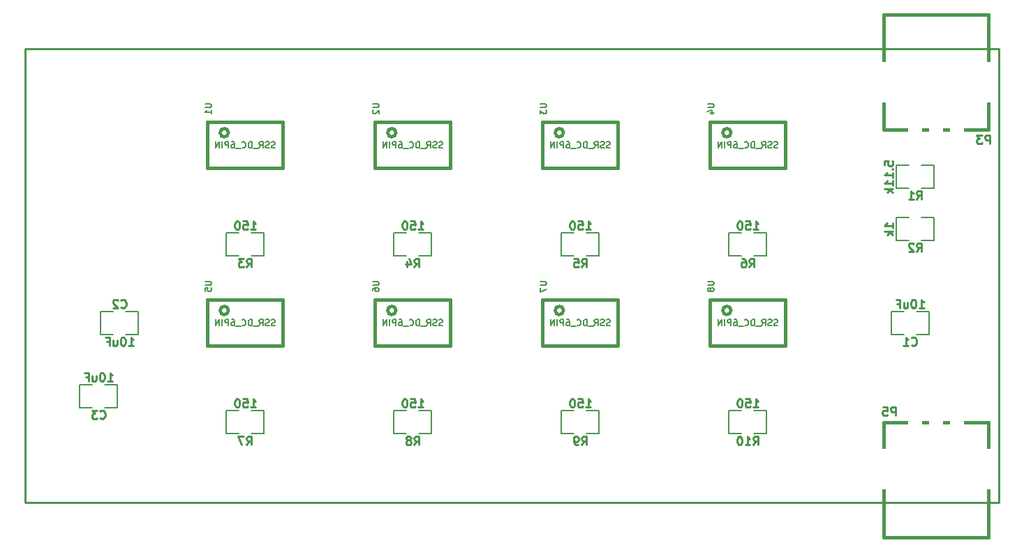
<source format=gbo>
G04 #@! TF.FileFunction,Legend,Bot*
%FSLAX46Y46*%
G04 Gerber Fmt 4.6, Leading zero omitted, Abs format (unit mm)*
G04 Created by KiCad (PCBNEW 0.201603210401+6634~43~ubuntu14.04.1-product) date Wed 06 Apr 2016 10:00:45 AM EDT*
%MOMM*%
G01*
G04 APERTURE LIST*
%ADD10C,0.100000*%
%ADD11C,0.228600*%
%ADD12C,0.127000*%
%ADD13C,0.381000*%
%ADD14C,0.254000*%
%ADD15C,0.190500*%
%ADD16O,1.524000X2.540000*%
%ADD17C,1.930400*%
%ADD18O,4.572000X3.556000*%
%ADD19O,4.064000X5.080000*%
%ADD20O,5.080000X3.556000*%
%ADD21R,1.270000X2.540000*%
%ADD22O,5.080000X3.048000*%
%ADD23O,2.032000X1.524000*%
%ADD24O,1.524000X2.032000*%
%ADD25C,3.759200*%
%ADD26O,2.540000X1.524000*%
%ADD27O,1.651000X2.159000*%
%ADD28C,1.600200*%
%ADD29R,1.778000X4.191000*%
%ADD30R,2.997200X5.029200*%
%ADD31R,1.270000X2.032000*%
%ADD32R,2.540000X2.540000*%
%ADD33O,2.540000X2.540000*%
G04 APERTURE END LIST*
D10*
D11*
X211455000Y-75311000D02*
X93345000Y-75311000D01*
X211455000Y-130429000D02*
X211455000Y-75311000D01*
X93345000Y-130429000D02*
X211455000Y-130429000D01*
X93345000Y-75311000D02*
X93345000Y-130429000D01*
D12*
X199898000Y-109982000D02*
X198374000Y-109982000D01*
X198374000Y-109982000D02*
X198374000Y-107188000D01*
X198374000Y-107188000D02*
X199898000Y-107188000D01*
X201422000Y-107188000D02*
X202946000Y-107188000D01*
X202946000Y-107188000D02*
X202946000Y-109982000D01*
X202946000Y-109982000D02*
X201422000Y-109982000D01*
X105537000Y-107188000D02*
X107061000Y-107188000D01*
X107061000Y-107188000D02*
X107061000Y-109982000D01*
X107061000Y-109982000D02*
X105537000Y-109982000D01*
X104013000Y-109982000D02*
X102489000Y-109982000D01*
X102489000Y-109982000D02*
X102489000Y-107188000D01*
X102489000Y-107188000D02*
X104013000Y-107188000D01*
D13*
X210185000Y-71120000D02*
X197485000Y-71120000D01*
X197485000Y-71120000D02*
X197485000Y-85090000D01*
X210185000Y-71120000D02*
X210185000Y-85090000D01*
X210185000Y-85090000D02*
X197485000Y-85090000D01*
X197485000Y-134620000D02*
X210185000Y-134620000D01*
X210185000Y-134620000D02*
X210185000Y-120650000D01*
X197485000Y-134620000D02*
X197485000Y-120650000D01*
X197485000Y-120650000D02*
X210185000Y-120650000D01*
D12*
X101473000Y-118872000D02*
X99949000Y-118872000D01*
X99949000Y-118872000D02*
X99949000Y-116078000D01*
X99949000Y-116078000D02*
X101473000Y-116078000D01*
X102997000Y-116078000D02*
X104521000Y-116078000D01*
X104521000Y-116078000D02*
X104521000Y-118872000D01*
X104521000Y-118872000D02*
X102997000Y-118872000D01*
X202057000Y-89408000D02*
X203581000Y-89408000D01*
X203581000Y-89408000D02*
X203581000Y-92202000D01*
X203581000Y-92202000D02*
X202057000Y-92202000D01*
X200533000Y-92202000D02*
X199009000Y-92202000D01*
X199009000Y-92202000D02*
X199009000Y-89408000D01*
X199009000Y-89408000D02*
X200533000Y-89408000D01*
X200533000Y-98552000D02*
X199009000Y-98552000D01*
X199009000Y-98552000D02*
X199009000Y-95758000D01*
X199009000Y-95758000D02*
X200533000Y-95758000D01*
X202057000Y-95758000D02*
X203581000Y-95758000D01*
X203581000Y-95758000D02*
X203581000Y-98552000D01*
X203581000Y-98552000D02*
X202057000Y-98552000D01*
X119253000Y-100457000D02*
X117729000Y-100457000D01*
X117729000Y-100457000D02*
X117729000Y-97663000D01*
X117729000Y-97663000D02*
X119253000Y-97663000D01*
X120777000Y-97663000D02*
X122301000Y-97663000D01*
X122301000Y-97663000D02*
X122301000Y-100457000D01*
X122301000Y-100457000D02*
X120777000Y-100457000D01*
X139573000Y-100457000D02*
X138049000Y-100457000D01*
X138049000Y-100457000D02*
X138049000Y-97663000D01*
X138049000Y-97663000D02*
X139573000Y-97663000D01*
X141097000Y-97663000D02*
X142621000Y-97663000D01*
X142621000Y-97663000D02*
X142621000Y-100457000D01*
X142621000Y-100457000D02*
X141097000Y-100457000D01*
X159893000Y-100457000D02*
X158369000Y-100457000D01*
X158369000Y-100457000D02*
X158369000Y-97663000D01*
X158369000Y-97663000D02*
X159893000Y-97663000D01*
X161417000Y-97663000D02*
X162941000Y-97663000D01*
X162941000Y-97663000D02*
X162941000Y-100457000D01*
X162941000Y-100457000D02*
X161417000Y-100457000D01*
X180213000Y-100457000D02*
X178689000Y-100457000D01*
X178689000Y-100457000D02*
X178689000Y-97663000D01*
X178689000Y-97663000D02*
X180213000Y-97663000D01*
X181737000Y-97663000D02*
X183261000Y-97663000D01*
X183261000Y-97663000D02*
X183261000Y-100457000D01*
X183261000Y-100457000D02*
X181737000Y-100457000D01*
X119253000Y-122047000D02*
X117729000Y-122047000D01*
X117729000Y-122047000D02*
X117729000Y-119253000D01*
X117729000Y-119253000D02*
X119253000Y-119253000D01*
X120777000Y-119253000D02*
X122301000Y-119253000D01*
X122301000Y-119253000D02*
X122301000Y-122047000D01*
X122301000Y-122047000D02*
X120777000Y-122047000D01*
X139573000Y-122047000D02*
X138049000Y-122047000D01*
X138049000Y-122047000D02*
X138049000Y-119253000D01*
X138049000Y-119253000D02*
X139573000Y-119253000D01*
X141097000Y-119253000D02*
X142621000Y-119253000D01*
X142621000Y-119253000D02*
X142621000Y-122047000D01*
X142621000Y-122047000D02*
X141097000Y-122047000D01*
X159893000Y-122047000D02*
X158369000Y-122047000D01*
X158369000Y-122047000D02*
X158369000Y-119253000D01*
X158369000Y-119253000D02*
X159893000Y-119253000D01*
X161417000Y-119253000D02*
X162941000Y-119253000D01*
X162941000Y-119253000D02*
X162941000Y-122047000D01*
X162941000Y-122047000D02*
X161417000Y-122047000D01*
X180213000Y-122047000D02*
X178689000Y-122047000D01*
X178689000Y-122047000D02*
X178689000Y-119253000D01*
X178689000Y-119253000D02*
X180213000Y-119253000D01*
X181737000Y-119253000D02*
X183261000Y-119253000D01*
X183261000Y-119253000D02*
X183261000Y-122047000D01*
X183261000Y-122047000D02*
X181737000Y-122047000D01*
D13*
X117983000Y-85471000D02*
G75*
G03X117983000Y-85471000I-508000J0D01*
G01*
X115443000Y-84201000D02*
X124587000Y-84201000D01*
X124587000Y-84201000D02*
X124587000Y-89789000D01*
X124587000Y-89789000D02*
X115443000Y-89789000D01*
X115443000Y-89789000D02*
X115443000Y-84201000D01*
X138303000Y-85471000D02*
G75*
G03X138303000Y-85471000I-508000J0D01*
G01*
X135763000Y-84201000D02*
X144907000Y-84201000D01*
X144907000Y-84201000D02*
X144907000Y-89789000D01*
X144907000Y-89789000D02*
X135763000Y-89789000D01*
X135763000Y-89789000D02*
X135763000Y-84201000D01*
X158623000Y-85471000D02*
G75*
G03X158623000Y-85471000I-508000J0D01*
G01*
X156083000Y-84201000D02*
X165227000Y-84201000D01*
X165227000Y-84201000D02*
X165227000Y-89789000D01*
X165227000Y-89789000D02*
X156083000Y-89789000D01*
X156083000Y-89789000D02*
X156083000Y-84201000D01*
X178943000Y-85471000D02*
G75*
G03X178943000Y-85471000I-508000J0D01*
G01*
X176403000Y-84201000D02*
X185547000Y-84201000D01*
X185547000Y-84201000D02*
X185547000Y-89789000D01*
X185547000Y-89789000D02*
X176403000Y-89789000D01*
X176403000Y-89789000D02*
X176403000Y-84201000D01*
X117983000Y-107061000D02*
G75*
G03X117983000Y-107061000I-508000J0D01*
G01*
X115443000Y-105791000D02*
X124587000Y-105791000D01*
X124587000Y-105791000D02*
X124587000Y-111379000D01*
X124587000Y-111379000D02*
X115443000Y-111379000D01*
X115443000Y-111379000D02*
X115443000Y-105791000D01*
X138303000Y-107061000D02*
G75*
G03X138303000Y-107061000I-508000J0D01*
G01*
X135763000Y-105791000D02*
X144907000Y-105791000D01*
X144907000Y-105791000D02*
X144907000Y-111379000D01*
X144907000Y-111379000D02*
X135763000Y-111379000D01*
X135763000Y-111379000D02*
X135763000Y-105791000D01*
X158623000Y-107061000D02*
G75*
G03X158623000Y-107061000I-508000J0D01*
G01*
X156083000Y-105791000D02*
X165227000Y-105791000D01*
X165227000Y-105791000D02*
X165227000Y-111379000D01*
X165227000Y-111379000D02*
X156083000Y-111379000D01*
X156083000Y-111379000D02*
X156083000Y-105791000D01*
X178943000Y-107061000D02*
G75*
G03X178943000Y-107061000I-508000J0D01*
G01*
X176403000Y-105791000D02*
X185547000Y-105791000D01*
X185547000Y-105791000D02*
X185547000Y-111379000D01*
X185547000Y-111379000D02*
X176403000Y-111379000D01*
X176403000Y-111379000D02*
X176403000Y-105791000D01*
D14*
X200829333Y-111233857D02*
X200877714Y-111282238D01*
X201022857Y-111330619D01*
X201119619Y-111330619D01*
X201264761Y-111282238D01*
X201361523Y-111185476D01*
X201409904Y-111088714D01*
X201458285Y-110895190D01*
X201458285Y-110750048D01*
X201409904Y-110556524D01*
X201361523Y-110459762D01*
X201264761Y-110363000D01*
X201119619Y-110314619D01*
X201022857Y-110314619D01*
X200877714Y-110363000D01*
X200829333Y-110411381D01*
X199861714Y-111330619D02*
X200442285Y-111330619D01*
X200151999Y-111330619D02*
X200151999Y-110314619D01*
X200248761Y-110459762D01*
X200345523Y-110556524D01*
X200442285Y-110604905D01*
X201748571Y-106758619D02*
X202329142Y-106758619D01*
X202038856Y-106758619D02*
X202038856Y-105742619D01*
X202135618Y-105887762D01*
X202232380Y-105984524D01*
X202329142Y-106032905D01*
X201119618Y-105742619D02*
X201022857Y-105742619D01*
X200926095Y-105791000D01*
X200877714Y-105839381D01*
X200829333Y-105936143D01*
X200780952Y-106129667D01*
X200780952Y-106371571D01*
X200829333Y-106565095D01*
X200877714Y-106661857D01*
X200926095Y-106710238D01*
X201022857Y-106758619D01*
X201119618Y-106758619D01*
X201216380Y-106710238D01*
X201264761Y-106661857D01*
X201313142Y-106565095D01*
X201361523Y-106371571D01*
X201361523Y-106129667D01*
X201313142Y-105936143D01*
X201264761Y-105839381D01*
X201216380Y-105791000D01*
X201119618Y-105742619D01*
X199910095Y-106081286D02*
X199910095Y-106758619D01*
X200345523Y-106081286D02*
X200345523Y-106613476D01*
X200297142Y-106710238D01*
X200200380Y-106758619D01*
X200055238Y-106758619D01*
X199958476Y-106710238D01*
X199910095Y-106661857D01*
X199087619Y-106226429D02*
X199426285Y-106226429D01*
X199426285Y-106758619D02*
X199426285Y-105742619D01*
X198942476Y-105742619D01*
X104944333Y-106661857D02*
X104992714Y-106710238D01*
X105137857Y-106758619D01*
X105234619Y-106758619D01*
X105379761Y-106710238D01*
X105476523Y-106613476D01*
X105524904Y-106516714D01*
X105573285Y-106323190D01*
X105573285Y-106178048D01*
X105524904Y-105984524D01*
X105476523Y-105887762D01*
X105379761Y-105791000D01*
X105234619Y-105742619D01*
X105137857Y-105742619D01*
X104992714Y-105791000D01*
X104944333Y-105839381D01*
X104557285Y-105839381D02*
X104508904Y-105791000D01*
X104412142Y-105742619D01*
X104170238Y-105742619D01*
X104073476Y-105791000D01*
X104025095Y-105839381D01*
X103976714Y-105936143D01*
X103976714Y-106032905D01*
X104025095Y-106178048D01*
X104605666Y-106758619D01*
X103976714Y-106758619D01*
X105863571Y-111330619D02*
X106444142Y-111330619D01*
X106153856Y-111330619D02*
X106153856Y-110314619D01*
X106250618Y-110459762D01*
X106347380Y-110556524D01*
X106444142Y-110604905D01*
X105234618Y-110314619D02*
X105137857Y-110314619D01*
X105041095Y-110363000D01*
X104992714Y-110411381D01*
X104944333Y-110508143D01*
X104895952Y-110701667D01*
X104895952Y-110943571D01*
X104944333Y-111137095D01*
X104992714Y-111233857D01*
X105041095Y-111282238D01*
X105137857Y-111330619D01*
X105234618Y-111330619D01*
X105331380Y-111282238D01*
X105379761Y-111233857D01*
X105428142Y-111137095D01*
X105476523Y-110943571D01*
X105476523Y-110701667D01*
X105428142Y-110508143D01*
X105379761Y-110411381D01*
X105331380Y-110363000D01*
X105234618Y-110314619D01*
X104025095Y-110653286D02*
X104025095Y-111330619D01*
X104460523Y-110653286D02*
X104460523Y-111185476D01*
X104412142Y-111282238D01*
X104315380Y-111330619D01*
X104170238Y-111330619D01*
X104073476Y-111282238D01*
X104025095Y-111233857D01*
X103202619Y-110798429D02*
X103541285Y-110798429D01*
X103541285Y-111330619D02*
X103541285Y-110314619D01*
X103057476Y-110314619D01*
X210299904Y-86819619D02*
X210299904Y-85803619D01*
X209912857Y-85803619D01*
X209816095Y-85852000D01*
X209767714Y-85900381D01*
X209719333Y-85997143D01*
X209719333Y-86142286D01*
X209767714Y-86239048D01*
X209816095Y-86287429D01*
X209912857Y-86335810D01*
X210299904Y-86335810D01*
X209380666Y-85803619D02*
X208751714Y-85803619D01*
X209090380Y-86190667D01*
X208945238Y-86190667D01*
X208848476Y-86239048D01*
X208800095Y-86287429D01*
X208751714Y-86384190D01*
X208751714Y-86626095D01*
X208800095Y-86722857D01*
X208848476Y-86771238D01*
X208945238Y-86819619D01*
X209235523Y-86819619D01*
X209332285Y-86771238D01*
X209380666Y-86722857D01*
X198869904Y-119839619D02*
X198869904Y-118823619D01*
X198482857Y-118823619D01*
X198386095Y-118872000D01*
X198337714Y-118920381D01*
X198289333Y-119017143D01*
X198289333Y-119162286D01*
X198337714Y-119259048D01*
X198386095Y-119307429D01*
X198482857Y-119355810D01*
X198869904Y-119355810D01*
X197370095Y-118823619D02*
X197853904Y-118823619D01*
X197902285Y-119307429D01*
X197853904Y-119259048D01*
X197757142Y-119210667D01*
X197515238Y-119210667D01*
X197418476Y-119259048D01*
X197370095Y-119307429D01*
X197321714Y-119404190D01*
X197321714Y-119646095D01*
X197370095Y-119742857D01*
X197418476Y-119791238D01*
X197515238Y-119839619D01*
X197757142Y-119839619D01*
X197853904Y-119791238D01*
X197902285Y-119742857D01*
X102404333Y-120123857D02*
X102452714Y-120172238D01*
X102597857Y-120220619D01*
X102694619Y-120220619D01*
X102839761Y-120172238D01*
X102936523Y-120075476D01*
X102984904Y-119978714D01*
X103033285Y-119785190D01*
X103033285Y-119640048D01*
X102984904Y-119446524D01*
X102936523Y-119349762D01*
X102839761Y-119253000D01*
X102694619Y-119204619D01*
X102597857Y-119204619D01*
X102452714Y-119253000D01*
X102404333Y-119301381D01*
X102065666Y-119204619D02*
X101436714Y-119204619D01*
X101775380Y-119591667D01*
X101630238Y-119591667D01*
X101533476Y-119640048D01*
X101485095Y-119688429D01*
X101436714Y-119785190D01*
X101436714Y-120027095D01*
X101485095Y-120123857D01*
X101533476Y-120172238D01*
X101630238Y-120220619D01*
X101920523Y-120220619D01*
X102017285Y-120172238D01*
X102065666Y-120123857D01*
X103323571Y-115648619D02*
X103904142Y-115648619D01*
X103613856Y-115648619D02*
X103613856Y-114632619D01*
X103710618Y-114777762D01*
X103807380Y-114874524D01*
X103904142Y-114922905D01*
X102694618Y-114632619D02*
X102597857Y-114632619D01*
X102501095Y-114681000D01*
X102452714Y-114729381D01*
X102404333Y-114826143D01*
X102355952Y-115019667D01*
X102355952Y-115261571D01*
X102404333Y-115455095D01*
X102452714Y-115551857D01*
X102501095Y-115600238D01*
X102597857Y-115648619D01*
X102694618Y-115648619D01*
X102791380Y-115600238D01*
X102839761Y-115551857D01*
X102888142Y-115455095D01*
X102936523Y-115261571D01*
X102936523Y-115019667D01*
X102888142Y-114826143D01*
X102839761Y-114729381D01*
X102791380Y-114681000D01*
X102694618Y-114632619D01*
X101485095Y-114971286D02*
X101485095Y-115648619D01*
X101920523Y-114971286D02*
X101920523Y-115503476D01*
X101872142Y-115600238D01*
X101775380Y-115648619D01*
X101630238Y-115648619D01*
X101533476Y-115600238D01*
X101485095Y-115551857D01*
X100662619Y-115116429D02*
X101001285Y-115116429D01*
X101001285Y-115648619D02*
X101001285Y-114632619D01*
X100517476Y-114632619D01*
X201464333Y-93550619D02*
X201802999Y-93066810D01*
X202044904Y-93550619D02*
X202044904Y-92534619D01*
X201657857Y-92534619D01*
X201561095Y-92583000D01*
X201512714Y-92631381D01*
X201464333Y-92728143D01*
X201464333Y-92873286D01*
X201512714Y-92970048D01*
X201561095Y-93018429D01*
X201657857Y-93066810D01*
X202044904Y-93066810D01*
X200496714Y-93550619D02*
X201077285Y-93550619D01*
X200786999Y-93550619D02*
X200786999Y-92534619D01*
X200883761Y-92679762D01*
X200980523Y-92776524D01*
X201077285Y-92824905D01*
X197563619Y-89426143D02*
X197563619Y-88942334D01*
X198047429Y-88893953D01*
X197999048Y-88942334D01*
X197950667Y-89039096D01*
X197950667Y-89281000D01*
X197999048Y-89377762D01*
X198047429Y-89426143D01*
X198144190Y-89474524D01*
X198386095Y-89474524D01*
X198482857Y-89426143D01*
X198531238Y-89377762D01*
X198579619Y-89281000D01*
X198579619Y-89039096D01*
X198531238Y-88942334D01*
X198482857Y-88893953D01*
X198482857Y-89909953D02*
X198531238Y-89958334D01*
X198579619Y-89909953D01*
X198531238Y-89861572D01*
X198482857Y-89909953D01*
X198579619Y-89909953D01*
X198579619Y-90925953D02*
X198579619Y-90345382D01*
X198579619Y-90635668D02*
X197563619Y-90635668D01*
X197708762Y-90538906D01*
X197805524Y-90442144D01*
X197853905Y-90345382D01*
X198579619Y-91893572D02*
X198579619Y-91313001D01*
X198579619Y-91603287D02*
X197563619Y-91603287D01*
X197708762Y-91506525D01*
X197805524Y-91409763D01*
X197853905Y-91313001D01*
X198579619Y-92329001D02*
X197563619Y-92329001D01*
X198192571Y-92425763D02*
X198579619Y-92716048D01*
X197902286Y-92716048D02*
X198289333Y-92329001D01*
X201464333Y-99900619D02*
X201802999Y-99416810D01*
X202044904Y-99900619D02*
X202044904Y-98884619D01*
X201657857Y-98884619D01*
X201561095Y-98933000D01*
X201512714Y-98981381D01*
X201464333Y-99078143D01*
X201464333Y-99223286D01*
X201512714Y-99320048D01*
X201561095Y-99368429D01*
X201657857Y-99416810D01*
X202044904Y-99416810D01*
X201077285Y-98981381D02*
X201028904Y-98933000D01*
X200932142Y-98884619D01*
X200690238Y-98884619D01*
X200593476Y-98933000D01*
X200545095Y-98981381D01*
X200496714Y-99078143D01*
X200496714Y-99174905D01*
X200545095Y-99320048D01*
X201125666Y-99900619D01*
X200496714Y-99900619D01*
X198579619Y-97034048D02*
X198579619Y-96453477D01*
X198579619Y-96743763D02*
X197563619Y-96743763D01*
X197708762Y-96647001D01*
X197805524Y-96550239D01*
X197853905Y-96453477D01*
X198579619Y-97469477D02*
X197563619Y-97469477D01*
X198192571Y-97566239D02*
X198579619Y-97856524D01*
X197902286Y-97856524D02*
X198289333Y-97469477D01*
X120184333Y-101805619D02*
X120522999Y-101321810D01*
X120764904Y-101805619D02*
X120764904Y-100789619D01*
X120377857Y-100789619D01*
X120281095Y-100838000D01*
X120232714Y-100886381D01*
X120184333Y-100983143D01*
X120184333Y-101128286D01*
X120232714Y-101225048D01*
X120281095Y-101273429D01*
X120377857Y-101321810D01*
X120764904Y-101321810D01*
X119845666Y-100789619D02*
X119216714Y-100789619D01*
X119555380Y-101176667D01*
X119410238Y-101176667D01*
X119313476Y-101225048D01*
X119265095Y-101273429D01*
X119216714Y-101370190D01*
X119216714Y-101612095D01*
X119265095Y-101708857D01*
X119313476Y-101757238D01*
X119410238Y-101805619D01*
X119700523Y-101805619D01*
X119797285Y-101757238D01*
X119845666Y-101708857D01*
X120692333Y-97233619D02*
X121272904Y-97233619D01*
X120982618Y-97233619D02*
X120982618Y-96217619D01*
X121079380Y-96362762D01*
X121176142Y-96459524D01*
X121272904Y-96507905D01*
X119773095Y-96217619D02*
X120256904Y-96217619D01*
X120305285Y-96701429D01*
X120256904Y-96653048D01*
X120160142Y-96604667D01*
X119918238Y-96604667D01*
X119821476Y-96653048D01*
X119773095Y-96701429D01*
X119724714Y-96798190D01*
X119724714Y-97040095D01*
X119773095Y-97136857D01*
X119821476Y-97185238D01*
X119918238Y-97233619D01*
X120160142Y-97233619D01*
X120256904Y-97185238D01*
X120305285Y-97136857D01*
X119095761Y-96217619D02*
X118999000Y-96217619D01*
X118902238Y-96266000D01*
X118853857Y-96314381D01*
X118805476Y-96411143D01*
X118757095Y-96604667D01*
X118757095Y-96846571D01*
X118805476Y-97040095D01*
X118853857Y-97136857D01*
X118902238Y-97185238D01*
X118999000Y-97233619D01*
X119095761Y-97233619D01*
X119192523Y-97185238D01*
X119240904Y-97136857D01*
X119289285Y-97040095D01*
X119337666Y-96846571D01*
X119337666Y-96604667D01*
X119289285Y-96411143D01*
X119240904Y-96314381D01*
X119192523Y-96266000D01*
X119095761Y-96217619D01*
X140504333Y-101805619D02*
X140842999Y-101321810D01*
X141084904Y-101805619D02*
X141084904Y-100789619D01*
X140697857Y-100789619D01*
X140601095Y-100838000D01*
X140552714Y-100886381D01*
X140504333Y-100983143D01*
X140504333Y-101128286D01*
X140552714Y-101225048D01*
X140601095Y-101273429D01*
X140697857Y-101321810D01*
X141084904Y-101321810D01*
X139633476Y-101128286D02*
X139633476Y-101805619D01*
X139875380Y-100741238D02*
X140117285Y-101466952D01*
X139488333Y-101466952D01*
X141012333Y-97233619D02*
X141592904Y-97233619D01*
X141302618Y-97233619D02*
X141302618Y-96217619D01*
X141399380Y-96362762D01*
X141496142Y-96459524D01*
X141592904Y-96507905D01*
X140093095Y-96217619D02*
X140576904Y-96217619D01*
X140625285Y-96701429D01*
X140576904Y-96653048D01*
X140480142Y-96604667D01*
X140238238Y-96604667D01*
X140141476Y-96653048D01*
X140093095Y-96701429D01*
X140044714Y-96798190D01*
X140044714Y-97040095D01*
X140093095Y-97136857D01*
X140141476Y-97185238D01*
X140238238Y-97233619D01*
X140480142Y-97233619D01*
X140576904Y-97185238D01*
X140625285Y-97136857D01*
X139415761Y-96217619D02*
X139319000Y-96217619D01*
X139222238Y-96266000D01*
X139173857Y-96314381D01*
X139125476Y-96411143D01*
X139077095Y-96604667D01*
X139077095Y-96846571D01*
X139125476Y-97040095D01*
X139173857Y-97136857D01*
X139222238Y-97185238D01*
X139319000Y-97233619D01*
X139415761Y-97233619D01*
X139512523Y-97185238D01*
X139560904Y-97136857D01*
X139609285Y-97040095D01*
X139657666Y-96846571D01*
X139657666Y-96604667D01*
X139609285Y-96411143D01*
X139560904Y-96314381D01*
X139512523Y-96266000D01*
X139415761Y-96217619D01*
X160824333Y-101805619D02*
X161162999Y-101321810D01*
X161404904Y-101805619D02*
X161404904Y-100789619D01*
X161017857Y-100789619D01*
X160921095Y-100838000D01*
X160872714Y-100886381D01*
X160824333Y-100983143D01*
X160824333Y-101128286D01*
X160872714Y-101225048D01*
X160921095Y-101273429D01*
X161017857Y-101321810D01*
X161404904Y-101321810D01*
X159905095Y-100789619D02*
X160388904Y-100789619D01*
X160437285Y-101273429D01*
X160388904Y-101225048D01*
X160292142Y-101176667D01*
X160050238Y-101176667D01*
X159953476Y-101225048D01*
X159905095Y-101273429D01*
X159856714Y-101370190D01*
X159856714Y-101612095D01*
X159905095Y-101708857D01*
X159953476Y-101757238D01*
X160050238Y-101805619D01*
X160292142Y-101805619D01*
X160388904Y-101757238D01*
X160437285Y-101708857D01*
X161332333Y-97233619D02*
X161912904Y-97233619D01*
X161622618Y-97233619D02*
X161622618Y-96217619D01*
X161719380Y-96362762D01*
X161816142Y-96459524D01*
X161912904Y-96507905D01*
X160413095Y-96217619D02*
X160896904Y-96217619D01*
X160945285Y-96701429D01*
X160896904Y-96653048D01*
X160800142Y-96604667D01*
X160558238Y-96604667D01*
X160461476Y-96653048D01*
X160413095Y-96701429D01*
X160364714Y-96798190D01*
X160364714Y-97040095D01*
X160413095Y-97136857D01*
X160461476Y-97185238D01*
X160558238Y-97233619D01*
X160800142Y-97233619D01*
X160896904Y-97185238D01*
X160945285Y-97136857D01*
X159735761Y-96217619D02*
X159639000Y-96217619D01*
X159542238Y-96266000D01*
X159493857Y-96314381D01*
X159445476Y-96411143D01*
X159397095Y-96604667D01*
X159397095Y-96846571D01*
X159445476Y-97040095D01*
X159493857Y-97136857D01*
X159542238Y-97185238D01*
X159639000Y-97233619D01*
X159735761Y-97233619D01*
X159832523Y-97185238D01*
X159880904Y-97136857D01*
X159929285Y-97040095D01*
X159977666Y-96846571D01*
X159977666Y-96604667D01*
X159929285Y-96411143D01*
X159880904Y-96314381D01*
X159832523Y-96266000D01*
X159735761Y-96217619D01*
X181144333Y-101805619D02*
X181482999Y-101321810D01*
X181724904Y-101805619D02*
X181724904Y-100789619D01*
X181337857Y-100789619D01*
X181241095Y-100838000D01*
X181192714Y-100886381D01*
X181144333Y-100983143D01*
X181144333Y-101128286D01*
X181192714Y-101225048D01*
X181241095Y-101273429D01*
X181337857Y-101321810D01*
X181724904Y-101321810D01*
X180273476Y-100789619D02*
X180466999Y-100789619D01*
X180563761Y-100838000D01*
X180612142Y-100886381D01*
X180708904Y-101031524D01*
X180757285Y-101225048D01*
X180757285Y-101612095D01*
X180708904Y-101708857D01*
X180660523Y-101757238D01*
X180563761Y-101805619D01*
X180370238Y-101805619D01*
X180273476Y-101757238D01*
X180225095Y-101708857D01*
X180176714Y-101612095D01*
X180176714Y-101370190D01*
X180225095Y-101273429D01*
X180273476Y-101225048D01*
X180370238Y-101176667D01*
X180563761Y-101176667D01*
X180660523Y-101225048D01*
X180708904Y-101273429D01*
X180757285Y-101370190D01*
X181652333Y-97233619D02*
X182232904Y-97233619D01*
X181942618Y-97233619D02*
X181942618Y-96217619D01*
X182039380Y-96362762D01*
X182136142Y-96459524D01*
X182232904Y-96507905D01*
X180733095Y-96217619D02*
X181216904Y-96217619D01*
X181265285Y-96701429D01*
X181216904Y-96653048D01*
X181120142Y-96604667D01*
X180878238Y-96604667D01*
X180781476Y-96653048D01*
X180733095Y-96701429D01*
X180684714Y-96798190D01*
X180684714Y-97040095D01*
X180733095Y-97136857D01*
X180781476Y-97185238D01*
X180878238Y-97233619D01*
X181120142Y-97233619D01*
X181216904Y-97185238D01*
X181265285Y-97136857D01*
X180055761Y-96217619D02*
X179959000Y-96217619D01*
X179862238Y-96266000D01*
X179813857Y-96314381D01*
X179765476Y-96411143D01*
X179717095Y-96604667D01*
X179717095Y-96846571D01*
X179765476Y-97040095D01*
X179813857Y-97136857D01*
X179862238Y-97185238D01*
X179959000Y-97233619D01*
X180055761Y-97233619D01*
X180152523Y-97185238D01*
X180200904Y-97136857D01*
X180249285Y-97040095D01*
X180297666Y-96846571D01*
X180297666Y-96604667D01*
X180249285Y-96411143D01*
X180200904Y-96314381D01*
X180152523Y-96266000D01*
X180055761Y-96217619D01*
X120184333Y-123395619D02*
X120522999Y-122911810D01*
X120764904Y-123395619D02*
X120764904Y-122379619D01*
X120377857Y-122379619D01*
X120281095Y-122428000D01*
X120232714Y-122476381D01*
X120184333Y-122573143D01*
X120184333Y-122718286D01*
X120232714Y-122815048D01*
X120281095Y-122863429D01*
X120377857Y-122911810D01*
X120764904Y-122911810D01*
X119845666Y-122379619D02*
X119168333Y-122379619D01*
X119603761Y-123395619D01*
X120692333Y-118823619D02*
X121272904Y-118823619D01*
X120982618Y-118823619D02*
X120982618Y-117807619D01*
X121079380Y-117952762D01*
X121176142Y-118049524D01*
X121272904Y-118097905D01*
X119773095Y-117807619D02*
X120256904Y-117807619D01*
X120305285Y-118291429D01*
X120256904Y-118243048D01*
X120160142Y-118194667D01*
X119918238Y-118194667D01*
X119821476Y-118243048D01*
X119773095Y-118291429D01*
X119724714Y-118388190D01*
X119724714Y-118630095D01*
X119773095Y-118726857D01*
X119821476Y-118775238D01*
X119918238Y-118823619D01*
X120160142Y-118823619D01*
X120256904Y-118775238D01*
X120305285Y-118726857D01*
X119095761Y-117807619D02*
X118999000Y-117807619D01*
X118902238Y-117856000D01*
X118853857Y-117904381D01*
X118805476Y-118001143D01*
X118757095Y-118194667D01*
X118757095Y-118436571D01*
X118805476Y-118630095D01*
X118853857Y-118726857D01*
X118902238Y-118775238D01*
X118999000Y-118823619D01*
X119095761Y-118823619D01*
X119192523Y-118775238D01*
X119240904Y-118726857D01*
X119289285Y-118630095D01*
X119337666Y-118436571D01*
X119337666Y-118194667D01*
X119289285Y-118001143D01*
X119240904Y-117904381D01*
X119192523Y-117856000D01*
X119095761Y-117807619D01*
X140504333Y-123395619D02*
X140842999Y-122911810D01*
X141084904Y-123395619D02*
X141084904Y-122379619D01*
X140697857Y-122379619D01*
X140601095Y-122428000D01*
X140552714Y-122476381D01*
X140504333Y-122573143D01*
X140504333Y-122718286D01*
X140552714Y-122815048D01*
X140601095Y-122863429D01*
X140697857Y-122911810D01*
X141084904Y-122911810D01*
X139923761Y-122815048D02*
X140020523Y-122766667D01*
X140068904Y-122718286D01*
X140117285Y-122621524D01*
X140117285Y-122573143D01*
X140068904Y-122476381D01*
X140020523Y-122428000D01*
X139923761Y-122379619D01*
X139730238Y-122379619D01*
X139633476Y-122428000D01*
X139585095Y-122476381D01*
X139536714Y-122573143D01*
X139536714Y-122621524D01*
X139585095Y-122718286D01*
X139633476Y-122766667D01*
X139730238Y-122815048D01*
X139923761Y-122815048D01*
X140020523Y-122863429D01*
X140068904Y-122911810D01*
X140117285Y-123008571D01*
X140117285Y-123202095D01*
X140068904Y-123298857D01*
X140020523Y-123347238D01*
X139923761Y-123395619D01*
X139730238Y-123395619D01*
X139633476Y-123347238D01*
X139585095Y-123298857D01*
X139536714Y-123202095D01*
X139536714Y-123008571D01*
X139585095Y-122911810D01*
X139633476Y-122863429D01*
X139730238Y-122815048D01*
X141012333Y-118823619D02*
X141592904Y-118823619D01*
X141302618Y-118823619D02*
X141302618Y-117807619D01*
X141399380Y-117952762D01*
X141496142Y-118049524D01*
X141592904Y-118097905D01*
X140093095Y-117807619D02*
X140576904Y-117807619D01*
X140625285Y-118291429D01*
X140576904Y-118243048D01*
X140480142Y-118194667D01*
X140238238Y-118194667D01*
X140141476Y-118243048D01*
X140093095Y-118291429D01*
X140044714Y-118388190D01*
X140044714Y-118630095D01*
X140093095Y-118726857D01*
X140141476Y-118775238D01*
X140238238Y-118823619D01*
X140480142Y-118823619D01*
X140576904Y-118775238D01*
X140625285Y-118726857D01*
X139415761Y-117807619D02*
X139319000Y-117807619D01*
X139222238Y-117856000D01*
X139173857Y-117904381D01*
X139125476Y-118001143D01*
X139077095Y-118194667D01*
X139077095Y-118436571D01*
X139125476Y-118630095D01*
X139173857Y-118726857D01*
X139222238Y-118775238D01*
X139319000Y-118823619D01*
X139415761Y-118823619D01*
X139512523Y-118775238D01*
X139560904Y-118726857D01*
X139609285Y-118630095D01*
X139657666Y-118436571D01*
X139657666Y-118194667D01*
X139609285Y-118001143D01*
X139560904Y-117904381D01*
X139512523Y-117856000D01*
X139415761Y-117807619D01*
X160824333Y-123395619D02*
X161162999Y-122911810D01*
X161404904Y-123395619D02*
X161404904Y-122379619D01*
X161017857Y-122379619D01*
X160921095Y-122428000D01*
X160872714Y-122476381D01*
X160824333Y-122573143D01*
X160824333Y-122718286D01*
X160872714Y-122815048D01*
X160921095Y-122863429D01*
X161017857Y-122911810D01*
X161404904Y-122911810D01*
X160340523Y-123395619D02*
X160146999Y-123395619D01*
X160050238Y-123347238D01*
X160001857Y-123298857D01*
X159905095Y-123153714D01*
X159856714Y-122960190D01*
X159856714Y-122573143D01*
X159905095Y-122476381D01*
X159953476Y-122428000D01*
X160050238Y-122379619D01*
X160243761Y-122379619D01*
X160340523Y-122428000D01*
X160388904Y-122476381D01*
X160437285Y-122573143D01*
X160437285Y-122815048D01*
X160388904Y-122911810D01*
X160340523Y-122960190D01*
X160243761Y-123008571D01*
X160050238Y-123008571D01*
X159953476Y-122960190D01*
X159905095Y-122911810D01*
X159856714Y-122815048D01*
X161332333Y-118823619D02*
X161912904Y-118823619D01*
X161622618Y-118823619D02*
X161622618Y-117807619D01*
X161719380Y-117952762D01*
X161816142Y-118049524D01*
X161912904Y-118097905D01*
X160413095Y-117807619D02*
X160896904Y-117807619D01*
X160945285Y-118291429D01*
X160896904Y-118243048D01*
X160800142Y-118194667D01*
X160558238Y-118194667D01*
X160461476Y-118243048D01*
X160413095Y-118291429D01*
X160364714Y-118388190D01*
X160364714Y-118630095D01*
X160413095Y-118726857D01*
X160461476Y-118775238D01*
X160558238Y-118823619D01*
X160800142Y-118823619D01*
X160896904Y-118775238D01*
X160945285Y-118726857D01*
X159735761Y-117807619D02*
X159639000Y-117807619D01*
X159542238Y-117856000D01*
X159493857Y-117904381D01*
X159445476Y-118001143D01*
X159397095Y-118194667D01*
X159397095Y-118436571D01*
X159445476Y-118630095D01*
X159493857Y-118726857D01*
X159542238Y-118775238D01*
X159639000Y-118823619D01*
X159735761Y-118823619D01*
X159832523Y-118775238D01*
X159880904Y-118726857D01*
X159929285Y-118630095D01*
X159977666Y-118436571D01*
X159977666Y-118194667D01*
X159929285Y-118001143D01*
X159880904Y-117904381D01*
X159832523Y-117856000D01*
X159735761Y-117807619D01*
X181628143Y-123395619D02*
X181966809Y-122911810D01*
X182208714Y-123395619D02*
X182208714Y-122379619D01*
X181821667Y-122379619D01*
X181724905Y-122428000D01*
X181676524Y-122476381D01*
X181628143Y-122573143D01*
X181628143Y-122718286D01*
X181676524Y-122815048D01*
X181724905Y-122863429D01*
X181821667Y-122911810D01*
X182208714Y-122911810D01*
X180660524Y-123395619D02*
X181241095Y-123395619D01*
X180950809Y-123395619D02*
X180950809Y-122379619D01*
X181047571Y-122524762D01*
X181144333Y-122621524D01*
X181241095Y-122669905D01*
X180031571Y-122379619D02*
X179934810Y-122379619D01*
X179838048Y-122428000D01*
X179789667Y-122476381D01*
X179741286Y-122573143D01*
X179692905Y-122766667D01*
X179692905Y-123008571D01*
X179741286Y-123202095D01*
X179789667Y-123298857D01*
X179838048Y-123347238D01*
X179934810Y-123395619D01*
X180031571Y-123395619D01*
X180128333Y-123347238D01*
X180176714Y-123298857D01*
X180225095Y-123202095D01*
X180273476Y-123008571D01*
X180273476Y-122766667D01*
X180225095Y-122573143D01*
X180176714Y-122476381D01*
X180128333Y-122428000D01*
X180031571Y-122379619D01*
X181652333Y-118823619D02*
X182232904Y-118823619D01*
X181942618Y-118823619D02*
X181942618Y-117807619D01*
X182039380Y-117952762D01*
X182136142Y-118049524D01*
X182232904Y-118097905D01*
X180733095Y-117807619D02*
X181216904Y-117807619D01*
X181265285Y-118291429D01*
X181216904Y-118243048D01*
X181120142Y-118194667D01*
X180878238Y-118194667D01*
X180781476Y-118243048D01*
X180733095Y-118291429D01*
X180684714Y-118388190D01*
X180684714Y-118630095D01*
X180733095Y-118726857D01*
X180781476Y-118775238D01*
X180878238Y-118823619D01*
X181120142Y-118823619D01*
X181216904Y-118775238D01*
X181265285Y-118726857D01*
X180055761Y-117807619D02*
X179959000Y-117807619D01*
X179862238Y-117856000D01*
X179813857Y-117904381D01*
X179765476Y-118001143D01*
X179717095Y-118194667D01*
X179717095Y-118436571D01*
X179765476Y-118630095D01*
X179813857Y-118726857D01*
X179862238Y-118775238D01*
X179959000Y-118823619D01*
X180055761Y-118823619D01*
X180152523Y-118775238D01*
X180200904Y-118726857D01*
X180249285Y-118630095D01*
X180297666Y-118436571D01*
X180297666Y-118194667D01*
X180249285Y-118001143D01*
X180200904Y-117904381D01*
X180152523Y-117856000D01*
X180055761Y-117807619D01*
D15*
X115152714Y-81969429D02*
X115769571Y-81969429D01*
X115842143Y-82005714D01*
X115878429Y-82042000D01*
X115914714Y-82114571D01*
X115914714Y-82259714D01*
X115878429Y-82332286D01*
X115842143Y-82368571D01*
X115769571Y-82404857D01*
X115152714Y-82404857D01*
X115914714Y-83166857D02*
X115914714Y-82731429D01*
X115914714Y-82949143D02*
X115152714Y-82949143D01*
X115261571Y-82876572D01*
X115334143Y-82804000D01*
X115370429Y-82731429D01*
X123643570Y-87303429D02*
X123534713Y-87339714D01*
X123353284Y-87339714D01*
X123280713Y-87303429D01*
X123244427Y-87267143D01*
X123208142Y-87194571D01*
X123208142Y-87122000D01*
X123244427Y-87049429D01*
X123280713Y-87013143D01*
X123353284Y-86976857D01*
X123498427Y-86940571D01*
X123570999Y-86904286D01*
X123607284Y-86868000D01*
X123643570Y-86795429D01*
X123643570Y-86722857D01*
X123607284Y-86650286D01*
X123570999Y-86614000D01*
X123498427Y-86577714D01*
X123316999Y-86577714D01*
X123208142Y-86614000D01*
X122917856Y-87303429D02*
X122808999Y-87339714D01*
X122627570Y-87339714D01*
X122554999Y-87303429D01*
X122518713Y-87267143D01*
X122482428Y-87194571D01*
X122482428Y-87122000D01*
X122518713Y-87049429D01*
X122554999Y-87013143D01*
X122627570Y-86976857D01*
X122772713Y-86940571D01*
X122845285Y-86904286D01*
X122881570Y-86868000D01*
X122917856Y-86795429D01*
X122917856Y-86722857D01*
X122881570Y-86650286D01*
X122845285Y-86614000D01*
X122772713Y-86577714D01*
X122591285Y-86577714D01*
X122482428Y-86614000D01*
X121720428Y-87339714D02*
X121974428Y-86976857D01*
X122155856Y-87339714D02*
X122155856Y-86577714D01*
X121865571Y-86577714D01*
X121792999Y-86614000D01*
X121756714Y-86650286D01*
X121720428Y-86722857D01*
X121720428Y-86831714D01*
X121756714Y-86904286D01*
X121792999Y-86940571D01*
X121865571Y-86976857D01*
X122155856Y-86976857D01*
X121575285Y-87412286D02*
X120994714Y-87412286D01*
X120813285Y-87339714D02*
X120813285Y-86577714D01*
X120631857Y-86577714D01*
X120523000Y-86614000D01*
X120450428Y-86686571D01*
X120414143Y-86759143D01*
X120377857Y-86904286D01*
X120377857Y-87013143D01*
X120414143Y-87158286D01*
X120450428Y-87230857D01*
X120523000Y-87303429D01*
X120631857Y-87339714D01*
X120813285Y-87339714D01*
X119615857Y-87267143D02*
X119652143Y-87303429D01*
X119761000Y-87339714D01*
X119833571Y-87339714D01*
X119942428Y-87303429D01*
X120015000Y-87230857D01*
X120051285Y-87158286D01*
X120087571Y-87013143D01*
X120087571Y-86904286D01*
X120051285Y-86759143D01*
X120015000Y-86686571D01*
X119942428Y-86614000D01*
X119833571Y-86577714D01*
X119761000Y-86577714D01*
X119652143Y-86614000D01*
X119615857Y-86650286D01*
X119470714Y-87412286D02*
X118890143Y-87412286D01*
X118382143Y-86577714D02*
X118527286Y-86577714D01*
X118599857Y-86614000D01*
X118636143Y-86650286D01*
X118708714Y-86759143D01*
X118745000Y-86904286D01*
X118745000Y-87194571D01*
X118708714Y-87267143D01*
X118672429Y-87303429D01*
X118599857Y-87339714D01*
X118454714Y-87339714D01*
X118382143Y-87303429D01*
X118345857Y-87267143D01*
X118309572Y-87194571D01*
X118309572Y-87013143D01*
X118345857Y-86940571D01*
X118382143Y-86904286D01*
X118454714Y-86868000D01*
X118599857Y-86868000D01*
X118672429Y-86904286D01*
X118708714Y-86940571D01*
X118745000Y-87013143D01*
X117983000Y-87339714D02*
X117983000Y-86577714D01*
X117692715Y-86577714D01*
X117620143Y-86614000D01*
X117583858Y-86650286D01*
X117547572Y-86722857D01*
X117547572Y-86831714D01*
X117583858Y-86904286D01*
X117620143Y-86940571D01*
X117692715Y-86976857D01*
X117983000Y-86976857D01*
X117221000Y-87339714D02*
X117221000Y-86577714D01*
X116858143Y-87339714D02*
X116858143Y-86577714D01*
X116422715Y-87339714D01*
X116422715Y-86577714D01*
X135472714Y-81969429D02*
X136089571Y-81969429D01*
X136162143Y-82005714D01*
X136198429Y-82042000D01*
X136234714Y-82114571D01*
X136234714Y-82259714D01*
X136198429Y-82332286D01*
X136162143Y-82368571D01*
X136089571Y-82404857D01*
X135472714Y-82404857D01*
X135545286Y-82731429D02*
X135509000Y-82767715D01*
X135472714Y-82840286D01*
X135472714Y-83021715D01*
X135509000Y-83094286D01*
X135545286Y-83130572D01*
X135617857Y-83166857D01*
X135690429Y-83166857D01*
X135799286Y-83130572D01*
X136234714Y-82695143D01*
X136234714Y-83166857D01*
X143963570Y-87303429D02*
X143854713Y-87339714D01*
X143673284Y-87339714D01*
X143600713Y-87303429D01*
X143564427Y-87267143D01*
X143528142Y-87194571D01*
X143528142Y-87122000D01*
X143564427Y-87049429D01*
X143600713Y-87013143D01*
X143673284Y-86976857D01*
X143818427Y-86940571D01*
X143890999Y-86904286D01*
X143927284Y-86868000D01*
X143963570Y-86795429D01*
X143963570Y-86722857D01*
X143927284Y-86650286D01*
X143890999Y-86614000D01*
X143818427Y-86577714D01*
X143636999Y-86577714D01*
X143528142Y-86614000D01*
X143237856Y-87303429D02*
X143128999Y-87339714D01*
X142947570Y-87339714D01*
X142874999Y-87303429D01*
X142838713Y-87267143D01*
X142802428Y-87194571D01*
X142802428Y-87122000D01*
X142838713Y-87049429D01*
X142874999Y-87013143D01*
X142947570Y-86976857D01*
X143092713Y-86940571D01*
X143165285Y-86904286D01*
X143201570Y-86868000D01*
X143237856Y-86795429D01*
X143237856Y-86722857D01*
X143201570Y-86650286D01*
X143165285Y-86614000D01*
X143092713Y-86577714D01*
X142911285Y-86577714D01*
X142802428Y-86614000D01*
X142040428Y-87339714D02*
X142294428Y-86976857D01*
X142475856Y-87339714D02*
X142475856Y-86577714D01*
X142185571Y-86577714D01*
X142112999Y-86614000D01*
X142076714Y-86650286D01*
X142040428Y-86722857D01*
X142040428Y-86831714D01*
X142076714Y-86904286D01*
X142112999Y-86940571D01*
X142185571Y-86976857D01*
X142475856Y-86976857D01*
X141895285Y-87412286D02*
X141314714Y-87412286D01*
X141133285Y-87339714D02*
X141133285Y-86577714D01*
X140951857Y-86577714D01*
X140843000Y-86614000D01*
X140770428Y-86686571D01*
X140734143Y-86759143D01*
X140697857Y-86904286D01*
X140697857Y-87013143D01*
X140734143Y-87158286D01*
X140770428Y-87230857D01*
X140843000Y-87303429D01*
X140951857Y-87339714D01*
X141133285Y-87339714D01*
X139935857Y-87267143D02*
X139972143Y-87303429D01*
X140081000Y-87339714D01*
X140153571Y-87339714D01*
X140262428Y-87303429D01*
X140335000Y-87230857D01*
X140371285Y-87158286D01*
X140407571Y-87013143D01*
X140407571Y-86904286D01*
X140371285Y-86759143D01*
X140335000Y-86686571D01*
X140262428Y-86614000D01*
X140153571Y-86577714D01*
X140081000Y-86577714D01*
X139972143Y-86614000D01*
X139935857Y-86650286D01*
X139790714Y-87412286D02*
X139210143Y-87412286D01*
X138702143Y-86577714D02*
X138847286Y-86577714D01*
X138919857Y-86614000D01*
X138956143Y-86650286D01*
X139028714Y-86759143D01*
X139065000Y-86904286D01*
X139065000Y-87194571D01*
X139028714Y-87267143D01*
X138992429Y-87303429D01*
X138919857Y-87339714D01*
X138774714Y-87339714D01*
X138702143Y-87303429D01*
X138665857Y-87267143D01*
X138629572Y-87194571D01*
X138629572Y-87013143D01*
X138665857Y-86940571D01*
X138702143Y-86904286D01*
X138774714Y-86868000D01*
X138919857Y-86868000D01*
X138992429Y-86904286D01*
X139028714Y-86940571D01*
X139065000Y-87013143D01*
X138303000Y-87339714D02*
X138303000Y-86577714D01*
X138012715Y-86577714D01*
X137940143Y-86614000D01*
X137903858Y-86650286D01*
X137867572Y-86722857D01*
X137867572Y-86831714D01*
X137903858Y-86904286D01*
X137940143Y-86940571D01*
X138012715Y-86976857D01*
X138303000Y-86976857D01*
X137541000Y-87339714D02*
X137541000Y-86577714D01*
X137178143Y-87339714D02*
X137178143Y-86577714D01*
X136742715Y-87339714D01*
X136742715Y-86577714D01*
X155792714Y-81969429D02*
X156409571Y-81969429D01*
X156482143Y-82005714D01*
X156518429Y-82042000D01*
X156554714Y-82114571D01*
X156554714Y-82259714D01*
X156518429Y-82332286D01*
X156482143Y-82368571D01*
X156409571Y-82404857D01*
X155792714Y-82404857D01*
X155792714Y-82695143D02*
X155792714Y-83166857D01*
X156083000Y-82912857D01*
X156083000Y-83021715D01*
X156119286Y-83094286D01*
X156155571Y-83130572D01*
X156228143Y-83166857D01*
X156409571Y-83166857D01*
X156482143Y-83130572D01*
X156518429Y-83094286D01*
X156554714Y-83021715D01*
X156554714Y-82804000D01*
X156518429Y-82731429D01*
X156482143Y-82695143D01*
X164283570Y-87303429D02*
X164174713Y-87339714D01*
X163993284Y-87339714D01*
X163920713Y-87303429D01*
X163884427Y-87267143D01*
X163848142Y-87194571D01*
X163848142Y-87122000D01*
X163884427Y-87049429D01*
X163920713Y-87013143D01*
X163993284Y-86976857D01*
X164138427Y-86940571D01*
X164210999Y-86904286D01*
X164247284Y-86868000D01*
X164283570Y-86795429D01*
X164283570Y-86722857D01*
X164247284Y-86650286D01*
X164210999Y-86614000D01*
X164138427Y-86577714D01*
X163956999Y-86577714D01*
X163848142Y-86614000D01*
X163557856Y-87303429D02*
X163448999Y-87339714D01*
X163267570Y-87339714D01*
X163194999Y-87303429D01*
X163158713Y-87267143D01*
X163122428Y-87194571D01*
X163122428Y-87122000D01*
X163158713Y-87049429D01*
X163194999Y-87013143D01*
X163267570Y-86976857D01*
X163412713Y-86940571D01*
X163485285Y-86904286D01*
X163521570Y-86868000D01*
X163557856Y-86795429D01*
X163557856Y-86722857D01*
X163521570Y-86650286D01*
X163485285Y-86614000D01*
X163412713Y-86577714D01*
X163231285Y-86577714D01*
X163122428Y-86614000D01*
X162360428Y-87339714D02*
X162614428Y-86976857D01*
X162795856Y-87339714D02*
X162795856Y-86577714D01*
X162505571Y-86577714D01*
X162432999Y-86614000D01*
X162396714Y-86650286D01*
X162360428Y-86722857D01*
X162360428Y-86831714D01*
X162396714Y-86904286D01*
X162432999Y-86940571D01*
X162505571Y-86976857D01*
X162795856Y-86976857D01*
X162215285Y-87412286D02*
X161634714Y-87412286D01*
X161453285Y-87339714D02*
X161453285Y-86577714D01*
X161271857Y-86577714D01*
X161163000Y-86614000D01*
X161090428Y-86686571D01*
X161054143Y-86759143D01*
X161017857Y-86904286D01*
X161017857Y-87013143D01*
X161054143Y-87158286D01*
X161090428Y-87230857D01*
X161163000Y-87303429D01*
X161271857Y-87339714D01*
X161453285Y-87339714D01*
X160255857Y-87267143D02*
X160292143Y-87303429D01*
X160401000Y-87339714D01*
X160473571Y-87339714D01*
X160582428Y-87303429D01*
X160655000Y-87230857D01*
X160691285Y-87158286D01*
X160727571Y-87013143D01*
X160727571Y-86904286D01*
X160691285Y-86759143D01*
X160655000Y-86686571D01*
X160582428Y-86614000D01*
X160473571Y-86577714D01*
X160401000Y-86577714D01*
X160292143Y-86614000D01*
X160255857Y-86650286D01*
X160110714Y-87412286D02*
X159530143Y-87412286D01*
X159022143Y-86577714D02*
X159167286Y-86577714D01*
X159239857Y-86614000D01*
X159276143Y-86650286D01*
X159348714Y-86759143D01*
X159385000Y-86904286D01*
X159385000Y-87194571D01*
X159348714Y-87267143D01*
X159312429Y-87303429D01*
X159239857Y-87339714D01*
X159094714Y-87339714D01*
X159022143Y-87303429D01*
X158985857Y-87267143D01*
X158949572Y-87194571D01*
X158949572Y-87013143D01*
X158985857Y-86940571D01*
X159022143Y-86904286D01*
X159094714Y-86868000D01*
X159239857Y-86868000D01*
X159312429Y-86904286D01*
X159348714Y-86940571D01*
X159385000Y-87013143D01*
X158623000Y-87339714D02*
X158623000Y-86577714D01*
X158332715Y-86577714D01*
X158260143Y-86614000D01*
X158223858Y-86650286D01*
X158187572Y-86722857D01*
X158187572Y-86831714D01*
X158223858Y-86904286D01*
X158260143Y-86940571D01*
X158332715Y-86976857D01*
X158623000Y-86976857D01*
X157861000Y-87339714D02*
X157861000Y-86577714D01*
X157498143Y-87339714D02*
X157498143Y-86577714D01*
X157062715Y-87339714D01*
X157062715Y-86577714D01*
X176112714Y-81969429D02*
X176729571Y-81969429D01*
X176802143Y-82005714D01*
X176838429Y-82042000D01*
X176874714Y-82114571D01*
X176874714Y-82259714D01*
X176838429Y-82332286D01*
X176802143Y-82368571D01*
X176729571Y-82404857D01*
X176112714Y-82404857D01*
X176366714Y-83094286D02*
X176874714Y-83094286D01*
X176076429Y-82912857D02*
X176620714Y-82731429D01*
X176620714Y-83203143D01*
X184603570Y-87303429D02*
X184494713Y-87339714D01*
X184313284Y-87339714D01*
X184240713Y-87303429D01*
X184204427Y-87267143D01*
X184168142Y-87194571D01*
X184168142Y-87122000D01*
X184204427Y-87049429D01*
X184240713Y-87013143D01*
X184313284Y-86976857D01*
X184458427Y-86940571D01*
X184530999Y-86904286D01*
X184567284Y-86868000D01*
X184603570Y-86795429D01*
X184603570Y-86722857D01*
X184567284Y-86650286D01*
X184530999Y-86614000D01*
X184458427Y-86577714D01*
X184276999Y-86577714D01*
X184168142Y-86614000D01*
X183877856Y-87303429D02*
X183768999Y-87339714D01*
X183587570Y-87339714D01*
X183514999Y-87303429D01*
X183478713Y-87267143D01*
X183442428Y-87194571D01*
X183442428Y-87122000D01*
X183478713Y-87049429D01*
X183514999Y-87013143D01*
X183587570Y-86976857D01*
X183732713Y-86940571D01*
X183805285Y-86904286D01*
X183841570Y-86868000D01*
X183877856Y-86795429D01*
X183877856Y-86722857D01*
X183841570Y-86650286D01*
X183805285Y-86614000D01*
X183732713Y-86577714D01*
X183551285Y-86577714D01*
X183442428Y-86614000D01*
X182680428Y-87339714D02*
X182934428Y-86976857D01*
X183115856Y-87339714D02*
X183115856Y-86577714D01*
X182825571Y-86577714D01*
X182752999Y-86614000D01*
X182716714Y-86650286D01*
X182680428Y-86722857D01*
X182680428Y-86831714D01*
X182716714Y-86904286D01*
X182752999Y-86940571D01*
X182825571Y-86976857D01*
X183115856Y-86976857D01*
X182535285Y-87412286D02*
X181954714Y-87412286D01*
X181773285Y-87339714D02*
X181773285Y-86577714D01*
X181591857Y-86577714D01*
X181483000Y-86614000D01*
X181410428Y-86686571D01*
X181374143Y-86759143D01*
X181337857Y-86904286D01*
X181337857Y-87013143D01*
X181374143Y-87158286D01*
X181410428Y-87230857D01*
X181483000Y-87303429D01*
X181591857Y-87339714D01*
X181773285Y-87339714D01*
X180575857Y-87267143D02*
X180612143Y-87303429D01*
X180721000Y-87339714D01*
X180793571Y-87339714D01*
X180902428Y-87303429D01*
X180975000Y-87230857D01*
X181011285Y-87158286D01*
X181047571Y-87013143D01*
X181047571Y-86904286D01*
X181011285Y-86759143D01*
X180975000Y-86686571D01*
X180902428Y-86614000D01*
X180793571Y-86577714D01*
X180721000Y-86577714D01*
X180612143Y-86614000D01*
X180575857Y-86650286D01*
X180430714Y-87412286D02*
X179850143Y-87412286D01*
X179342143Y-86577714D02*
X179487286Y-86577714D01*
X179559857Y-86614000D01*
X179596143Y-86650286D01*
X179668714Y-86759143D01*
X179705000Y-86904286D01*
X179705000Y-87194571D01*
X179668714Y-87267143D01*
X179632429Y-87303429D01*
X179559857Y-87339714D01*
X179414714Y-87339714D01*
X179342143Y-87303429D01*
X179305857Y-87267143D01*
X179269572Y-87194571D01*
X179269572Y-87013143D01*
X179305857Y-86940571D01*
X179342143Y-86904286D01*
X179414714Y-86868000D01*
X179559857Y-86868000D01*
X179632429Y-86904286D01*
X179668714Y-86940571D01*
X179705000Y-87013143D01*
X178943000Y-87339714D02*
X178943000Y-86577714D01*
X178652715Y-86577714D01*
X178580143Y-86614000D01*
X178543858Y-86650286D01*
X178507572Y-86722857D01*
X178507572Y-86831714D01*
X178543858Y-86904286D01*
X178580143Y-86940571D01*
X178652715Y-86976857D01*
X178943000Y-86976857D01*
X178181000Y-87339714D02*
X178181000Y-86577714D01*
X177818143Y-87339714D02*
X177818143Y-86577714D01*
X177382715Y-87339714D01*
X177382715Y-86577714D01*
X115152714Y-103559429D02*
X115769571Y-103559429D01*
X115842143Y-103595714D01*
X115878429Y-103632000D01*
X115914714Y-103704571D01*
X115914714Y-103849714D01*
X115878429Y-103922286D01*
X115842143Y-103958571D01*
X115769571Y-103994857D01*
X115152714Y-103994857D01*
X115152714Y-104720572D02*
X115152714Y-104357715D01*
X115515571Y-104321429D01*
X115479286Y-104357715D01*
X115443000Y-104430286D01*
X115443000Y-104611715D01*
X115479286Y-104684286D01*
X115515571Y-104720572D01*
X115588143Y-104756857D01*
X115769571Y-104756857D01*
X115842143Y-104720572D01*
X115878429Y-104684286D01*
X115914714Y-104611715D01*
X115914714Y-104430286D01*
X115878429Y-104357715D01*
X115842143Y-104321429D01*
X123643570Y-108893429D02*
X123534713Y-108929714D01*
X123353284Y-108929714D01*
X123280713Y-108893429D01*
X123244427Y-108857143D01*
X123208142Y-108784571D01*
X123208142Y-108712000D01*
X123244427Y-108639429D01*
X123280713Y-108603143D01*
X123353284Y-108566857D01*
X123498427Y-108530571D01*
X123570999Y-108494286D01*
X123607284Y-108458000D01*
X123643570Y-108385429D01*
X123643570Y-108312857D01*
X123607284Y-108240286D01*
X123570999Y-108204000D01*
X123498427Y-108167714D01*
X123316999Y-108167714D01*
X123208142Y-108204000D01*
X122917856Y-108893429D02*
X122808999Y-108929714D01*
X122627570Y-108929714D01*
X122554999Y-108893429D01*
X122518713Y-108857143D01*
X122482428Y-108784571D01*
X122482428Y-108712000D01*
X122518713Y-108639429D01*
X122554999Y-108603143D01*
X122627570Y-108566857D01*
X122772713Y-108530571D01*
X122845285Y-108494286D01*
X122881570Y-108458000D01*
X122917856Y-108385429D01*
X122917856Y-108312857D01*
X122881570Y-108240286D01*
X122845285Y-108204000D01*
X122772713Y-108167714D01*
X122591285Y-108167714D01*
X122482428Y-108204000D01*
X121720428Y-108929714D02*
X121974428Y-108566857D01*
X122155856Y-108929714D02*
X122155856Y-108167714D01*
X121865571Y-108167714D01*
X121792999Y-108204000D01*
X121756714Y-108240286D01*
X121720428Y-108312857D01*
X121720428Y-108421714D01*
X121756714Y-108494286D01*
X121792999Y-108530571D01*
X121865571Y-108566857D01*
X122155856Y-108566857D01*
X121575285Y-109002286D02*
X120994714Y-109002286D01*
X120813285Y-108929714D02*
X120813285Y-108167714D01*
X120631857Y-108167714D01*
X120523000Y-108204000D01*
X120450428Y-108276571D01*
X120414143Y-108349143D01*
X120377857Y-108494286D01*
X120377857Y-108603143D01*
X120414143Y-108748286D01*
X120450428Y-108820857D01*
X120523000Y-108893429D01*
X120631857Y-108929714D01*
X120813285Y-108929714D01*
X119615857Y-108857143D02*
X119652143Y-108893429D01*
X119761000Y-108929714D01*
X119833571Y-108929714D01*
X119942428Y-108893429D01*
X120015000Y-108820857D01*
X120051285Y-108748286D01*
X120087571Y-108603143D01*
X120087571Y-108494286D01*
X120051285Y-108349143D01*
X120015000Y-108276571D01*
X119942428Y-108204000D01*
X119833571Y-108167714D01*
X119761000Y-108167714D01*
X119652143Y-108204000D01*
X119615857Y-108240286D01*
X119470714Y-109002286D02*
X118890143Y-109002286D01*
X118382143Y-108167714D02*
X118527286Y-108167714D01*
X118599857Y-108204000D01*
X118636143Y-108240286D01*
X118708714Y-108349143D01*
X118745000Y-108494286D01*
X118745000Y-108784571D01*
X118708714Y-108857143D01*
X118672429Y-108893429D01*
X118599857Y-108929714D01*
X118454714Y-108929714D01*
X118382143Y-108893429D01*
X118345857Y-108857143D01*
X118309572Y-108784571D01*
X118309572Y-108603143D01*
X118345857Y-108530571D01*
X118382143Y-108494286D01*
X118454714Y-108458000D01*
X118599857Y-108458000D01*
X118672429Y-108494286D01*
X118708714Y-108530571D01*
X118745000Y-108603143D01*
X117983000Y-108929714D02*
X117983000Y-108167714D01*
X117692715Y-108167714D01*
X117620143Y-108204000D01*
X117583858Y-108240286D01*
X117547572Y-108312857D01*
X117547572Y-108421714D01*
X117583858Y-108494286D01*
X117620143Y-108530571D01*
X117692715Y-108566857D01*
X117983000Y-108566857D01*
X117221000Y-108929714D02*
X117221000Y-108167714D01*
X116858143Y-108929714D02*
X116858143Y-108167714D01*
X116422715Y-108929714D01*
X116422715Y-108167714D01*
X135472714Y-103559429D02*
X136089571Y-103559429D01*
X136162143Y-103595714D01*
X136198429Y-103632000D01*
X136234714Y-103704571D01*
X136234714Y-103849714D01*
X136198429Y-103922286D01*
X136162143Y-103958571D01*
X136089571Y-103994857D01*
X135472714Y-103994857D01*
X135472714Y-104684286D02*
X135472714Y-104539143D01*
X135509000Y-104466572D01*
X135545286Y-104430286D01*
X135654143Y-104357715D01*
X135799286Y-104321429D01*
X136089571Y-104321429D01*
X136162143Y-104357715D01*
X136198429Y-104394000D01*
X136234714Y-104466572D01*
X136234714Y-104611715D01*
X136198429Y-104684286D01*
X136162143Y-104720572D01*
X136089571Y-104756857D01*
X135908143Y-104756857D01*
X135835571Y-104720572D01*
X135799286Y-104684286D01*
X135763000Y-104611715D01*
X135763000Y-104466572D01*
X135799286Y-104394000D01*
X135835571Y-104357715D01*
X135908143Y-104321429D01*
X143963570Y-108893429D02*
X143854713Y-108929714D01*
X143673284Y-108929714D01*
X143600713Y-108893429D01*
X143564427Y-108857143D01*
X143528142Y-108784571D01*
X143528142Y-108712000D01*
X143564427Y-108639429D01*
X143600713Y-108603143D01*
X143673284Y-108566857D01*
X143818427Y-108530571D01*
X143890999Y-108494286D01*
X143927284Y-108458000D01*
X143963570Y-108385429D01*
X143963570Y-108312857D01*
X143927284Y-108240286D01*
X143890999Y-108204000D01*
X143818427Y-108167714D01*
X143636999Y-108167714D01*
X143528142Y-108204000D01*
X143237856Y-108893429D02*
X143128999Y-108929714D01*
X142947570Y-108929714D01*
X142874999Y-108893429D01*
X142838713Y-108857143D01*
X142802428Y-108784571D01*
X142802428Y-108712000D01*
X142838713Y-108639429D01*
X142874999Y-108603143D01*
X142947570Y-108566857D01*
X143092713Y-108530571D01*
X143165285Y-108494286D01*
X143201570Y-108458000D01*
X143237856Y-108385429D01*
X143237856Y-108312857D01*
X143201570Y-108240286D01*
X143165285Y-108204000D01*
X143092713Y-108167714D01*
X142911285Y-108167714D01*
X142802428Y-108204000D01*
X142040428Y-108929714D02*
X142294428Y-108566857D01*
X142475856Y-108929714D02*
X142475856Y-108167714D01*
X142185571Y-108167714D01*
X142112999Y-108204000D01*
X142076714Y-108240286D01*
X142040428Y-108312857D01*
X142040428Y-108421714D01*
X142076714Y-108494286D01*
X142112999Y-108530571D01*
X142185571Y-108566857D01*
X142475856Y-108566857D01*
X141895285Y-109002286D02*
X141314714Y-109002286D01*
X141133285Y-108929714D02*
X141133285Y-108167714D01*
X140951857Y-108167714D01*
X140843000Y-108204000D01*
X140770428Y-108276571D01*
X140734143Y-108349143D01*
X140697857Y-108494286D01*
X140697857Y-108603143D01*
X140734143Y-108748286D01*
X140770428Y-108820857D01*
X140843000Y-108893429D01*
X140951857Y-108929714D01*
X141133285Y-108929714D01*
X139935857Y-108857143D02*
X139972143Y-108893429D01*
X140081000Y-108929714D01*
X140153571Y-108929714D01*
X140262428Y-108893429D01*
X140335000Y-108820857D01*
X140371285Y-108748286D01*
X140407571Y-108603143D01*
X140407571Y-108494286D01*
X140371285Y-108349143D01*
X140335000Y-108276571D01*
X140262428Y-108204000D01*
X140153571Y-108167714D01*
X140081000Y-108167714D01*
X139972143Y-108204000D01*
X139935857Y-108240286D01*
X139790714Y-109002286D02*
X139210143Y-109002286D01*
X138702143Y-108167714D02*
X138847286Y-108167714D01*
X138919857Y-108204000D01*
X138956143Y-108240286D01*
X139028714Y-108349143D01*
X139065000Y-108494286D01*
X139065000Y-108784571D01*
X139028714Y-108857143D01*
X138992429Y-108893429D01*
X138919857Y-108929714D01*
X138774714Y-108929714D01*
X138702143Y-108893429D01*
X138665857Y-108857143D01*
X138629572Y-108784571D01*
X138629572Y-108603143D01*
X138665857Y-108530571D01*
X138702143Y-108494286D01*
X138774714Y-108458000D01*
X138919857Y-108458000D01*
X138992429Y-108494286D01*
X139028714Y-108530571D01*
X139065000Y-108603143D01*
X138303000Y-108929714D02*
X138303000Y-108167714D01*
X138012715Y-108167714D01*
X137940143Y-108204000D01*
X137903858Y-108240286D01*
X137867572Y-108312857D01*
X137867572Y-108421714D01*
X137903858Y-108494286D01*
X137940143Y-108530571D01*
X138012715Y-108566857D01*
X138303000Y-108566857D01*
X137541000Y-108929714D02*
X137541000Y-108167714D01*
X137178143Y-108929714D02*
X137178143Y-108167714D01*
X136742715Y-108929714D01*
X136742715Y-108167714D01*
X155792714Y-103559429D02*
X156409571Y-103559429D01*
X156482143Y-103595714D01*
X156518429Y-103632000D01*
X156554714Y-103704571D01*
X156554714Y-103849714D01*
X156518429Y-103922286D01*
X156482143Y-103958571D01*
X156409571Y-103994857D01*
X155792714Y-103994857D01*
X155792714Y-104285143D02*
X155792714Y-104793143D01*
X156554714Y-104466572D01*
X164283570Y-108893429D02*
X164174713Y-108929714D01*
X163993284Y-108929714D01*
X163920713Y-108893429D01*
X163884427Y-108857143D01*
X163848142Y-108784571D01*
X163848142Y-108712000D01*
X163884427Y-108639429D01*
X163920713Y-108603143D01*
X163993284Y-108566857D01*
X164138427Y-108530571D01*
X164210999Y-108494286D01*
X164247284Y-108458000D01*
X164283570Y-108385429D01*
X164283570Y-108312857D01*
X164247284Y-108240286D01*
X164210999Y-108204000D01*
X164138427Y-108167714D01*
X163956999Y-108167714D01*
X163848142Y-108204000D01*
X163557856Y-108893429D02*
X163448999Y-108929714D01*
X163267570Y-108929714D01*
X163194999Y-108893429D01*
X163158713Y-108857143D01*
X163122428Y-108784571D01*
X163122428Y-108712000D01*
X163158713Y-108639429D01*
X163194999Y-108603143D01*
X163267570Y-108566857D01*
X163412713Y-108530571D01*
X163485285Y-108494286D01*
X163521570Y-108458000D01*
X163557856Y-108385429D01*
X163557856Y-108312857D01*
X163521570Y-108240286D01*
X163485285Y-108204000D01*
X163412713Y-108167714D01*
X163231285Y-108167714D01*
X163122428Y-108204000D01*
X162360428Y-108929714D02*
X162614428Y-108566857D01*
X162795856Y-108929714D02*
X162795856Y-108167714D01*
X162505571Y-108167714D01*
X162432999Y-108204000D01*
X162396714Y-108240286D01*
X162360428Y-108312857D01*
X162360428Y-108421714D01*
X162396714Y-108494286D01*
X162432999Y-108530571D01*
X162505571Y-108566857D01*
X162795856Y-108566857D01*
X162215285Y-109002286D02*
X161634714Y-109002286D01*
X161453285Y-108929714D02*
X161453285Y-108167714D01*
X161271857Y-108167714D01*
X161163000Y-108204000D01*
X161090428Y-108276571D01*
X161054143Y-108349143D01*
X161017857Y-108494286D01*
X161017857Y-108603143D01*
X161054143Y-108748286D01*
X161090428Y-108820857D01*
X161163000Y-108893429D01*
X161271857Y-108929714D01*
X161453285Y-108929714D01*
X160255857Y-108857143D02*
X160292143Y-108893429D01*
X160401000Y-108929714D01*
X160473571Y-108929714D01*
X160582428Y-108893429D01*
X160655000Y-108820857D01*
X160691285Y-108748286D01*
X160727571Y-108603143D01*
X160727571Y-108494286D01*
X160691285Y-108349143D01*
X160655000Y-108276571D01*
X160582428Y-108204000D01*
X160473571Y-108167714D01*
X160401000Y-108167714D01*
X160292143Y-108204000D01*
X160255857Y-108240286D01*
X160110714Y-109002286D02*
X159530143Y-109002286D01*
X159022143Y-108167714D02*
X159167286Y-108167714D01*
X159239857Y-108204000D01*
X159276143Y-108240286D01*
X159348714Y-108349143D01*
X159385000Y-108494286D01*
X159385000Y-108784571D01*
X159348714Y-108857143D01*
X159312429Y-108893429D01*
X159239857Y-108929714D01*
X159094714Y-108929714D01*
X159022143Y-108893429D01*
X158985857Y-108857143D01*
X158949572Y-108784571D01*
X158949572Y-108603143D01*
X158985857Y-108530571D01*
X159022143Y-108494286D01*
X159094714Y-108458000D01*
X159239857Y-108458000D01*
X159312429Y-108494286D01*
X159348714Y-108530571D01*
X159385000Y-108603143D01*
X158623000Y-108929714D02*
X158623000Y-108167714D01*
X158332715Y-108167714D01*
X158260143Y-108204000D01*
X158223858Y-108240286D01*
X158187572Y-108312857D01*
X158187572Y-108421714D01*
X158223858Y-108494286D01*
X158260143Y-108530571D01*
X158332715Y-108566857D01*
X158623000Y-108566857D01*
X157861000Y-108929714D02*
X157861000Y-108167714D01*
X157498143Y-108929714D02*
X157498143Y-108167714D01*
X157062715Y-108929714D01*
X157062715Y-108167714D01*
X176112714Y-103559429D02*
X176729571Y-103559429D01*
X176802143Y-103595714D01*
X176838429Y-103632000D01*
X176874714Y-103704571D01*
X176874714Y-103849714D01*
X176838429Y-103922286D01*
X176802143Y-103958571D01*
X176729571Y-103994857D01*
X176112714Y-103994857D01*
X176439286Y-104466572D02*
X176403000Y-104394000D01*
X176366714Y-104357715D01*
X176294143Y-104321429D01*
X176257857Y-104321429D01*
X176185286Y-104357715D01*
X176149000Y-104394000D01*
X176112714Y-104466572D01*
X176112714Y-104611715D01*
X176149000Y-104684286D01*
X176185286Y-104720572D01*
X176257857Y-104756857D01*
X176294143Y-104756857D01*
X176366714Y-104720572D01*
X176403000Y-104684286D01*
X176439286Y-104611715D01*
X176439286Y-104466572D01*
X176475571Y-104394000D01*
X176511857Y-104357715D01*
X176584429Y-104321429D01*
X176729571Y-104321429D01*
X176802143Y-104357715D01*
X176838429Y-104394000D01*
X176874714Y-104466572D01*
X176874714Y-104611715D01*
X176838429Y-104684286D01*
X176802143Y-104720572D01*
X176729571Y-104756857D01*
X176584429Y-104756857D01*
X176511857Y-104720572D01*
X176475571Y-104684286D01*
X176439286Y-104611715D01*
X184603570Y-108893429D02*
X184494713Y-108929714D01*
X184313284Y-108929714D01*
X184240713Y-108893429D01*
X184204427Y-108857143D01*
X184168142Y-108784571D01*
X184168142Y-108712000D01*
X184204427Y-108639429D01*
X184240713Y-108603143D01*
X184313284Y-108566857D01*
X184458427Y-108530571D01*
X184530999Y-108494286D01*
X184567284Y-108458000D01*
X184603570Y-108385429D01*
X184603570Y-108312857D01*
X184567284Y-108240286D01*
X184530999Y-108204000D01*
X184458427Y-108167714D01*
X184276999Y-108167714D01*
X184168142Y-108204000D01*
X183877856Y-108893429D02*
X183768999Y-108929714D01*
X183587570Y-108929714D01*
X183514999Y-108893429D01*
X183478713Y-108857143D01*
X183442428Y-108784571D01*
X183442428Y-108712000D01*
X183478713Y-108639429D01*
X183514999Y-108603143D01*
X183587570Y-108566857D01*
X183732713Y-108530571D01*
X183805285Y-108494286D01*
X183841570Y-108458000D01*
X183877856Y-108385429D01*
X183877856Y-108312857D01*
X183841570Y-108240286D01*
X183805285Y-108204000D01*
X183732713Y-108167714D01*
X183551285Y-108167714D01*
X183442428Y-108204000D01*
X182680428Y-108929714D02*
X182934428Y-108566857D01*
X183115856Y-108929714D02*
X183115856Y-108167714D01*
X182825571Y-108167714D01*
X182752999Y-108204000D01*
X182716714Y-108240286D01*
X182680428Y-108312857D01*
X182680428Y-108421714D01*
X182716714Y-108494286D01*
X182752999Y-108530571D01*
X182825571Y-108566857D01*
X183115856Y-108566857D01*
X182535285Y-109002286D02*
X181954714Y-109002286D01*
X181773285Y-108929714D02*
X181773285Y-108167714D01*
X181591857Y-108167714D01*
X181483000Y-108204000D01*
X181410428Y-108276571D01*
X181374143Y-108349143D01*
X181337857Y-108494286D01*
X181337857Y-108603143D01*
X181374143Y-108748286D01*
X181410428Y-108820857D01*
X181483000Y-108893429D01*
X181591857Y-108929714D01*
X181773285Y-108929714D01*
X180575857Y-108857143D02*
X180612143Y-108893429D01*
X180721000Y-108929714D01*
X180793571Y-108929714D01*
X180902428Y-108893429D01*
X180975000Y-108820857D01*
X181011285Y-108748286D01*
X181047571Y-108603143D01*
X181047571Y-108494286D01*
X181011285Y-108349143D01*
X180975000Y-108276571D01*
X180902428Y-108204000D01*
X180793571Y-108167714D01*
X180721000Y-108167714D01*
X180612143Y-108204000D01*
X180575857Y-108240286D01*
X180430714Y-109002286D02*
X179850143Y-109002286D01*
X179342143Y-108167714D02*
X179487286Y-108167714D01*
X179559857Y-108204000D01*
X179596143Y-108240286D01*
X179668714Y-108349143D01*
X179705000Y-108494286D01*
X179705000Y-108784571D01*
X179668714Y-108857143D01*
X179632429Y-108893429D01*
X179559857Y-108929714D01*
X179414714Y-108929714D01*
X179342143Y-108893429D01*
X179305857Y-108857143D01*
X179269572Y-108784571D01*
X179269572Y-108603143D01*
X179305857Y-108530571D01*
X179342143Y-108494286D01*
X179414714Y-108458000D01*
X179559857Y-108458000D01*
X179632429Y-108494286D01*
X179668714Y-108530571D01*
X179705000Y-108603143D01*
X178943000Y-108929714D02*
X178943000Y-108167714D01*
X178652715Y-108167714D01*
X178580143Y-108204000D01*
X178543858Y-108240286D01*
X178507572Y-108312857D01*
X178507572Y-108421714D01*
X178543858Y-108494286D01*
X178580143Y-108530571D01*
X178652715Y-108566857D01*
X178943000Y-108566857D01*
X178181000Y-108929714D02*
X178181000Y-108167714D01*
X177818143Y-108929714D02*
X177818143Y-108167714D01*
X177382715Y-108929714D01*
X177382715Y-108167714D01*
%LPC*%
D16*
X103505000Y-113030000D03*
X100965000Y-113030000D03*
X106045000Y-113030000D03*
D17*
X208457800Y-102870000D03*
D18*
X204952600Y-102870000D03*
D19*
X199466200Y-102870000D03*
D20*
X206451200Y-98374200D03*
X206451200Y-107365800D03*
D21*
X199136000Y-108585000D03*
X202184000Y-108585000D03*
X106299000Y-108585000D03*
X103251000Y-108585000D03*
D22*
X99060000Y-107950000D03*
X99060000Y-97790000D03*
D23*
X105156000Y-102870000D03*
D24*
X107950000Y-102870000D03*
X107950000Y-100076000D03*
X107950000Y-105664000D03*
D25*
X111760000Y-127000000D03*
X113030000Y-78740000D03*
X194310000Y-127000000D03*
X187960000Y-78740000D03*
D16*
X125730000Y-127000000D03*
X128270000Y-127000000D03*
X130810000Y-127000000D03*
X133350000Y-127000000D03*
X135890000Y-127000000D03*
X138430000Y-127000000D03*
X140970000Y-127000000D03*
X143510000Y-127000000D03*
X148590000Y-127000000D03*
X151130000Y-127000000D03*
X153670000Y-127000000D03*
X156210000Y-127000000D03*
X158750000Y-127000000D03*
X161290000Y-127000000D03*
X163830000Y-127000000D03*
X166370000Y-127000000D03*
X171450000Y-127000000D03*
X173990000Y-127000000D03*
X176530000Y-127000000D03*
X179070000Y-127000000D03*
X181610000Y-127000000D03*
X184150000Y-127000000D03*
X186690000Y-127000000D03*
X189230000Y-127000000D03*
X116586000Y-78740000D03*
X119126000Y-78740000D03*
X121666000Y-78740000D03*
X124206000Y-78740000D03*
X126746000Y-78740000D03*
X129286000Y-78740000D03*
X131826000Y-78740000D03*
X134366000Y-78740000D03*
X136906000Y-78740000D03*
X139446000Y-78740000D03*
X143510000Y-78740000D03*
X161290000Y-78740000D03*
X158750000Y-78740000D03*
X156210000Y-78740000D03*
X153670000Y-78740000D03*
X151130000Y-78740000D03*
X148590000Y-78740000D03*
X146050000Y-78740000D03*
X166370000Y-78740000D03*
X168910000Y-78740000D03*
X171450000Y-78740000D03*
X173990000Y-78740000D03*
X176530000Y-78740000D03*
X179070000Y-78740000D03*
X181610000Y-78740000D03*
X184150000Y-78740000D03*
X191770000Y-78232000D03*
X194310000Y-78232000D03*
D26*
X191262000Y-81280000D03*
X194818000Y-81280000D03*
X191262000Y-83820000D03*
X194818000Y-83820000D03*
X191262000Y-86360000D03*
X194818000Y-86360000D03*
X191262000Y-88900000D03*
X194818000Y-88900000D03*
X191262000Y-91440000D03*
X194818000Y-91440000D03*
X191262000Y-93980000D03*
X194818000Y-93980000D03*
X191262000Y-96520000D03*
X194818000Y-96520000D03*
X191262000Y-99060000D03*
X194818000Y-99060000D03*
X191262000Y-101600000D03*
X194818000Y-101600000D03*
X191262000Y-104140000D03*
X194818000Y-104140000D03*
X191262000Y-106680000D03*
X194818000Y-106680000D03*
X191262000Y-109220000D03*
X194818000Y-109220000D03*
X191262000Y-111760000D03*
X194818000Y-111760000D03*
X191262000Y-114300000D03*
X194818000Y-114300000D03*
X191262000Y-116840000D03*
X194818000Y-116840000D03*
X191262000Y-119380000D03*
X194818000Y-119380000D03*
X191262000Y-121920000D03*
X194818000Y-121920000D03*
D27*
X200660000Y-113385600D03*
X205740000Y-113385600D03*
D28*
X99695000Y-90170000D03*
X99695000Y-80264000D03*
D29*
X206375000Y-86106000D03*
X203835000Y-86106000D03*
X201295000Y-86106000D03*
D28*
X208788000Y-82931000D03*
X198882000Y-82931000D03*
D30*
X209829400Y-79375000D03*
X197840600Y-79375000D03*
D28*
X205359000Y-80137000D03*
X205359000Y-90043000D03*
D29*
X201295000Y-119634000D03*
X203835000Y-119634000D03*
X206375000Y-119634000D03*
D28*
X198882000Y-122809000D03*
X208788000Y-122809000D03*
D30*
X197840600Y-126365000D03*
X209829400Y-126365000D03*
D28*
X207518000Y-124079000D03*
X200152000Y-124079000D03*
D21*
X100711000Y-117475000D03*
X103759000Y-117475000D03*
X202819000Y-90805000D03*
X199771000Y-90805000D03*
X199771000Y-97155000D03*
X202819000Y-97155000D03*
X118491000Y-99060000D03*
X121539000Y-99060000D03*
X138811000Y-99060000D03*
X141859000Y-99060000D03*
X159131000Y-99060000D03*
X162179000Y-99060000D03*
X179451000Y-99060000D03*
X182499000Y-99060000D03*
X118491000Y-120650000D03*
X121539000Y-120650000D03*
X138811000Y-120650000D03*
X141859000Y-120650000D03*
X159131000Y-120650000D03*
X162179000Y-120650000D03*
X179451000Y-120650000D03*
X182499000Y-120650000D03*
D31*
X117475000Y-82550000D03*
X120015000Y-82550000D03*
X122555000Y-82550000D03*
X122555000Y-91440000D03*
X120015000Y-91440000D03*
X117475000Y-91440000D03*
X137795000Y-82550000D03*
X140335000Y-82550000D03*
X142875000Y-82550000D03*
X142875000Y-91440000D03*
X140335000Y-91440000D03*
X137795000Y-91440000D03*
X158115000Y-82550000D03*
X160655000Y-82550000D03*
X163195000Y-82550000D03*
X163195000Y-91440000D03*
X160655000Y-91440000D03*
X158115000Y-91440000D03*
X178435000Y-82550000D03*
X180975000Y-82550000D03*
X183515000Y-82550000D03*
X183515000Y-91440000D03*
X180975000Y-91440000D03*
X178435000Y-91440000D03*
X117475000Y-104140000D03*
X120015000Y-104140000D03*
X122555000Y-104140000D03*
X122555000Y-113030000D03*
X120015000Y-113030000D03*
X117475000Y-113030000D03*
X137795000Y-104140000D03*
X140335000Y-104140000D03*
X142875000Y-104140000D03*
X142875000Y-113030000D03*
X140335000Y-113030000D03*
X137795000Y-113030000D03*
X158115000Y-104140000D03*
X160655000Y-104140000D03*
X163195000Y-104140000D03*
X163195000Y-113030000D03*
X160655000Y-113030000D03*
X158115000Y-113030000D03*
X178435000Y-104140000D03*
X180975000Y-104140000D03*
X183515000Y-104140000D03*
X183515000Y-113030000D03*
X180975000Y-113030000D03*
X178435000Y-113030000D03*
D23*
X178435000Y-123190000D03*
X183515000Y-123190000D03*
X158115000Y-123190000D03*
X163195000Y-123190000D03*
X137795000Y-123190000D03*
X142875000Y-123190000D03*
X117475000Y-123190000D03*
X122555000Y-123190000D03*
X178435000Y-101600000D03*
X183515000Y-101600000D03*
X158115000Y-101600000D03*
X163195000Y-101600000D03*
X137795000Y-101600000D03*
X142875000Y-101600000D03*
X117475000Y-101600000D03*
X122555000Y-101600000D03*
X204470000Y-93980000D03*
X199390000Y-93980000D03*
D32*
X178435000Y-116205000D03*
D33*
X183515000Y-116205000D03*
D32*
X158115000Y-116205000D03*
D33*
X163195000Y-116205000D03*
D32*
X137795000Y-116205000D03*
D33*
X142875000Y-116205000D03*
D32*
X117475000Y-116205000D03*
D33*
X122555000Y-116205000D03*
D32*
X178435000Y-94615000D03*
D33*
X183515000Y-94615000D03*
D32*
X158115000Y-94615000D03*
D33*
X163195000Y-94615000D03*
D32*
X137795000Y-94615000D03*
D33*
X142875000Y-94615000D03*
D32*
X117475000Y-94615000D03*
D33*
X122555000Y-94615000D03*
M02*

</source>
